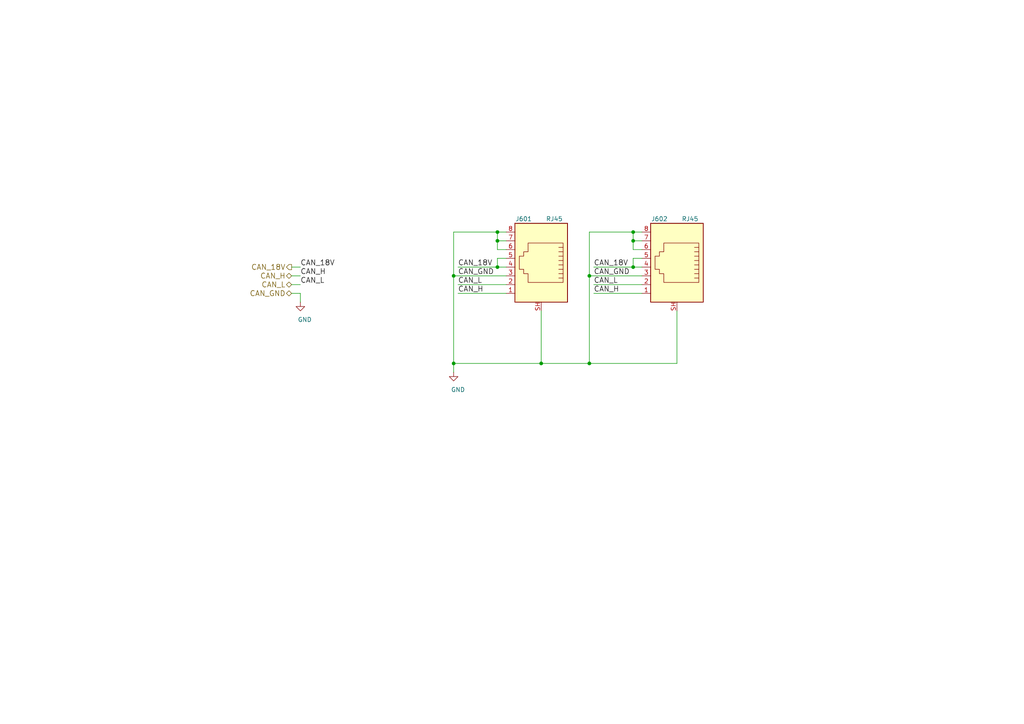
<source format=kicad_sch>
(kicad_sch (version 20250114) (generator "eeschema") (generator_version "9.0")
  (paper "A4")
  (lib_symbols
    (symbol "Connector:RJ45_Shielded" (pin_names (offset 1.016))
      (property "Reference" "J" (at -5.08 13.97 0))
      (property "Value" "RJ45_Shielded" (at 2.54 13.97 0))
      (symbol "RJ45_Shielded_0_1"
        (polyline (pts (xy -6.35 1.905) (xy -5.08 1.905) (xy -5.08 1.905)))
        (polyline (pts (xy -6.35 0.635) (xy -5.08 0.635) (xy -5.08 0.635)))
        (polyline (pts (xy -6.35 -0.635) (xy -5.08 -0.635) (xy -5.08 -0.635)))
        (polyline (pts (xy -6.35 -1.905) (xy -5.08 -1.905) (xy -5.08 -1.905)))
        (polyline (pts (xy -6.35 -3.175) (xy -5.08 -3.175) (xy -5.08 -3.175)))
        (polyline (pts (xy -6.35 -4.445) (xy -6.35 6.985) (xy 3.81 6.985) (xy 3.81 4.445) (xy 5.08 4.445) (xy 5.08 3.175) (xy 6.35 3.175) (xy 6.35 -0.635) (xy 5.08 -0.635) (xy 5.08 -1.905) (xy 3.81 -1.905) (xy 3.81 -4.445) (xy -6.35 -4.445) (xy -6.35 -4.445)))
        (polyline (pts (xy -5.08 5.715) (xy -6.35 5.715)))
        (polyline (pts (xy -5.08 4.445) (xy -6.35 4.445)))
        (polyline (pts (xy -5.08 3.175) (xy -6.35 3.175) (xy -6.35 3.175)))
        (rectangle (start 7.62 12.7) (end -7.62 -10.16) (stroke (width 0.254)) (fill (type background)))
      )
      (symbol "RJ45_Shielded_1_1"
        (pin passive line (at 0 -12.7 90) (length 2.54) (name "~") (number "SH"))
        (pin passive line (at 10.16 10.16 180) (length 2.54) (name "~") (number "8"))
        (pin passive line (at 10.16 7.62 180) (length 2.54) (name "~") (number "7"))
        (pin passive line (at 10.16 5.08 180) (length 2.54) (name "~") (number "6"))
        (pin passive line (at 10.16 2.54 180) (length 2.54) (name "~") (number "5"))
        (pin passive line (at 10.16 0 180) (length 2.54) (name "~") (number "4"))
        (pin passive line (at 10.16 -2.54 180) (length 2.54) (name "~") (number "3"))
        (pin passive line (at 10.16 -5.08 180) (length 2.54) (name "~") (number "2"))
        (pin passive line (at 10.16 -7.62 180) (length 2.54) (name "~") (number "1"))
      )
    )
    (symbol "power:GND" (power) (pin_numbers (hide yes)) (pin_names (offset 0) (hide yes))
      (property "Value" "GND" (at 0 -3.81 0))
      (symbol "GND_0_1"
        (polyline (pts (xy 0 0) (xy 0 -1.27) (xy 1.27 -1.27) (xy 0 -2.54) (xy -1.27 -1.27) (xy 0 -1.27)))
      )
      (symbol "GND_1_1"
        (pin power_in line (at 0 0 270) (length 0) (name "~") (number "1"))
      )
    )
  )
  (junction (at 144.272 77.47))
  (junction (at 131.572 105.41))
  (junction (at 183.642 77.47))
  (junction (at 131.572 80.01))
  (junction (at 183.642 67.31))
  (junction (at 170.942 80.01))
  (junction (at 170.942 105.41))
  (junction (at 183.642 69.85))
  (junction (at 144.272 67.31))
  (junction (at 156.972 105.41))
  (junction (at 144.272 69.85))
  (wire (pts (xy 132.842 77.47) (xy 144.272 77.47)))
  (wire (pts (xy 131.572 80.01) (xy 131.572 105.41)))
  (wire (pts (xy 186.182 69.85) (xy 183.642 69.85)))
  (wire (pts (xy 172.212 82.55) (xy 186.182 82.55)))
  (wire (pts (xy 170.942 67.31) (xy 170.942 80.01)))
  (wire (pts (xy 144.272 77.47) (xy 146.812 77.47)))
  (wire (pts (xy 84.582 80.01) (xy 87.122 80.01)))
  (wire (pts (xy 131.572 105.41) (xy 131.572 107.95)))
  (wire (pts (xy 186.182 85.09) (xy 172.212 85.09)))
  (wire (pts (xy 156.972 105.41) (xy 156.972 90.17)))
  (wire (pts (xy 186.182 74.93) (xy 183.642 74.93)))
  (wire (pts (xy 186.182 67.31) (xy 183.642 67.31)))
  (wire (pts (xy 144.272 72.39) (xy 144.272 69.85)))
  (wire (pts (xy 172.212 77.47) (xy 183.642 77.47)))
  (wire (pts (xy 87.122 82.55) (xy 84.582 82.55)))
  (wire (pts (xy 84.582 85.09) (xy 87.122 85.09)))
  (wire (pts (xy 146.812 72.39) (xy 144.272 72.39)))
  (wire (pts (xy 146.812 85.09) (xy 132.842 85.09)))
  (wire (pts (xy 183.642 67.31) (xy 170.942 67.31)))
  (wire (pts (xy 87.122 85.09) (xy 87.122 87.63)))
  (wire (pts (xy 132.842 82.55) (xy 146.812 82.55)))
  (wire (pts (xy 131.572 80.01) (xy 146.812 80.01)))
  (wire (pts (xy 144.272 67.31) (xy 131.572 67.31)))
  (wire (pts (xy 146.812 74.93) (xy 144.272 74.93)))
  (wire (pts (xy 146.812 69.85) (xy 144.272 69.85)))
  (wire (pts (xy 183.642 77.47) (xy 186.182 77.47)))
  (wire (pts (xy 146.812 67.31) (xy 144.272 67.31)))
  (wire (pts (xy 84.582 77.47) (xy 87.122 77.47)))
  (wire (pts (xy 131.572 105.41) (xy 156.972 105.41)))
  (wire (pts (xy 196.342 105.41) (xy 196.342 90.17)))
  (wire (pts (xy 156.972 105.41) (xy 170.942 105.41)))
  (wire (pts (xy 144.272 69.85) (xy 144.272 67.31)))
  (wire (pts (xy 170.942 105.41) (xy 196.342 105.41)))
  (wire (pts (xy 144.272 74.93) (xy 144.272 77.47)))
  (wire (pts (xy 183.642 74.93) (xy 183.642 77.47)))
  (wire (pts (xy 170.942 80.01) (xy 186.182 80.01)))
  (wire (pts (xy 131.572 67.31) (xy 131.572 80.01)))
  (wire (pts (xy 183.642 69.85) (xy 183.642 67.31)))
  (wire (pts (xy 183.642 72.39) (xy 183.642 69.85)))
  (wire (pts (xy 186.182 72.39) (xy 183.642 72.39)))
  (wire (pts (xy 170.942 80.01) (xy 170.942 105.41)))
  (label "CAN_L" (at 87.122 82.55 0) (effects (font (size 1.524 1.524))))
  (label "CAN_18V" (at 172.212 77.47 0) (effects (font (size 1.524 1.524))))
  (label "CAN_GND" (at 132.842 80.01 0) (effects (font (size 1.524 1.524))))
  (label "CAN_L" (at 132.842 82.55 0) (effects (font (size 1.524 1.524))))
  (label "CAN_H" (at 87.122 80.01 0) (effects (font (size 1.524 1.524))))
  (label "CAN_18V" (at 132.842 77.47 0) (effects (font (size 1.524 1.524))))
  (label "CAN_H" (at 132.842 85.09 0) (effects (font (size 1.524 1.524))))
  (label "CAN_GND" (at 172.212 80.01 0) (effects (font (size 1.524 1.524))))
  (label "CAN_H" (at 172.212 85.09 0) (effects (font (size 1.524 1.524))))
  (label "CAN_L" (at 172.212 82.55 0) (effects (font (size 1.524 1.524))))
  (label "CAN_18V" (at 87.122 77.47 0) (effects (font (size 1.524 1.524))))
  (hierarchical_label "CAN_GND" (shape bidirectional) (at 84.582 85.09 180) (effects (font (size 1.524 1.524))))
  (hierarchical_label "CAN_18V" (shape output) (at 84.582 77.47 180) (effects (font (size 1.524 1.524))))
  (hierarchical_label "CAN_H" (shape bidirectional) (at 84.582 80.01 180) (effects (font (size 1.524 1.524))))
  (hierarchical_label "CAN_L" (shape bidirectional) (at 84.582 82.55 180) (effects (font (size 1.524 1.524))))
  (symbol (lib_id "Connector:RJ45_Shielded") (at 196.342 77.47 0) (mirror y) (unit 1)
    (property "Reference" "J602" (at 191.262 63.5 0))
    (property "Value" "RJ45" (at 200.152 63.5 0))
    (property "Footprint" "KicadZeniteSolarLibrary18:RJ45_YH59_01" (effects (hide yes)))
  )
  (symbol (lib_id "Connector:RJ45_Shielded") (at 156.972 77.47 0) (mirror y) (unit 1)
    (property "Reference" "J601" (at 151.892 63.5 0))
    (property "Value" "RJ45" (at 160.782 63.5 0))
    (property "Footprint" "KicadZeniteSolarLibrary18:RJ45_YH59_01" (effects (hide yes)))
  )
  (symbol (lib_id "power:GND") (at 131.572 107.95 0) (unit 1)
    (property "Reference" "#PWR0602" (effects (hide yes)))
    (property "Value" "GND" (at 132.842 113.03 0))
  )
  (symbol (lib_id "power:GND") (at 87.122 87.63 0) (unit 1)
    (property "Reference" "#PWR0601" (effects (hide yes)))
    (property "Value" "GND" (at 88.392 92.71 0))
  )
)
</source>
